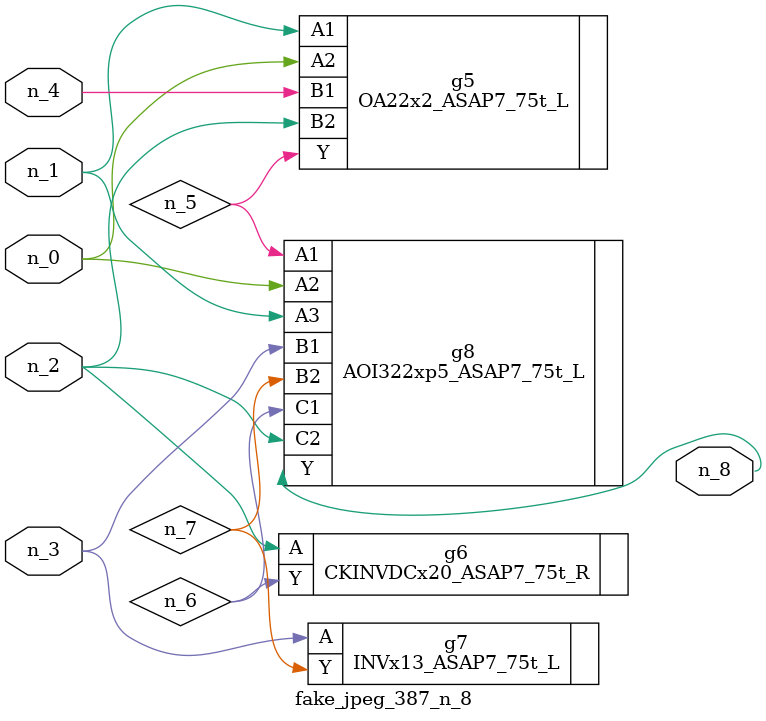
<source format=v>
module fake_jpeg_387_n_8 (n_3, n_2, n_1, n_0, n_4, n_8);

input n_3;
input n_2;
input n_1;
input n_0;
input n_4;

output n_8;

wire n_6;
wire n_5;
wire n_7;

OA22x2_ASAP7_75t_L g5 ( 
.A1(n_1),
.A2(n_0),
.B1(n_4),
.B2(n_2),
.Y(n_5)
);

CKINVDCx20_ASAP7_75t_R g6 ( 
.A(n_2),
.Y(n_6)
);

INVx13_ASAP7_75t_L g7 ( 
.A(n_3),
.Y(n_7)
);

AOI322xp5_ASAP7_75t_L g8 ( 
.A1(n_5),
.A2(n_0),
.A3(n_1),
.B1(n_3),
.B2(n_7),
.C1(n_6),
.C2(n_2),
.Y(n_8)
);


endmodule
</source>
